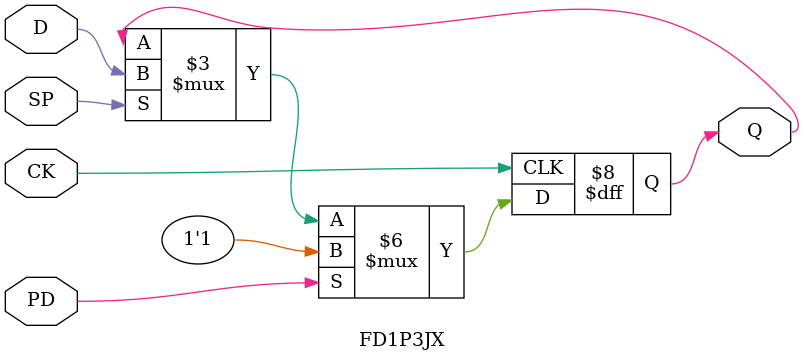
<source format=v>
module FD1P3JX(input D, CK, SP, PD, output reg Q);
	parameter GSR = "DISABLED";
	initial Q = 1'b1;
	always @(posedge CK)
		if (PD)
			Q <= 1'b1;
		else if (SP)
			Q <= D;
	specify
		$setup(D, posedge CK, 0);
		$setup(SP, posedge CK, 212);
		$setup(PD, posedge CK, 224);
		if (!PD && SP) (posedge CK => (Q : D)) = 336;
	endspecify
endmodule
</source>
